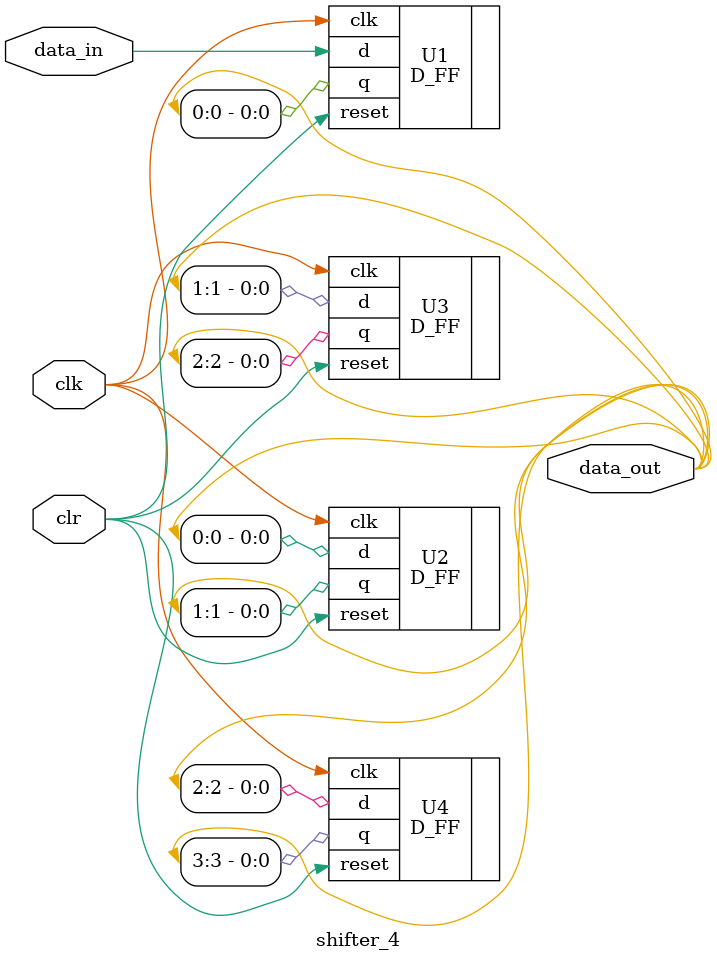
<source format=v>
module shifter_4(data_out,
                 data_in,
                 clk,
                 clr);
    output [3:0] data_out;
    input data_in, clk, clr;
    
    wire [3:0] data_out;
    wire data_in, clk, clr;
    
    D_FF  U1 (.d(data_in),.clk(clk),.reset(clr),.q(data_out[0]));
    D_FF  U2 (.d(data_out[0]),.clk(clk),.reset(clr),.q(data_out[1]));
    D_FF  U3 (.d(data_out[1]),.clk(clk),.reset(clr),.q(data_out[2]));
    D_FF  U4 (.d(data_out[2]),.clk(clk),.reset(clr),.q(data_out[3]));
endmodule
    

</source>
